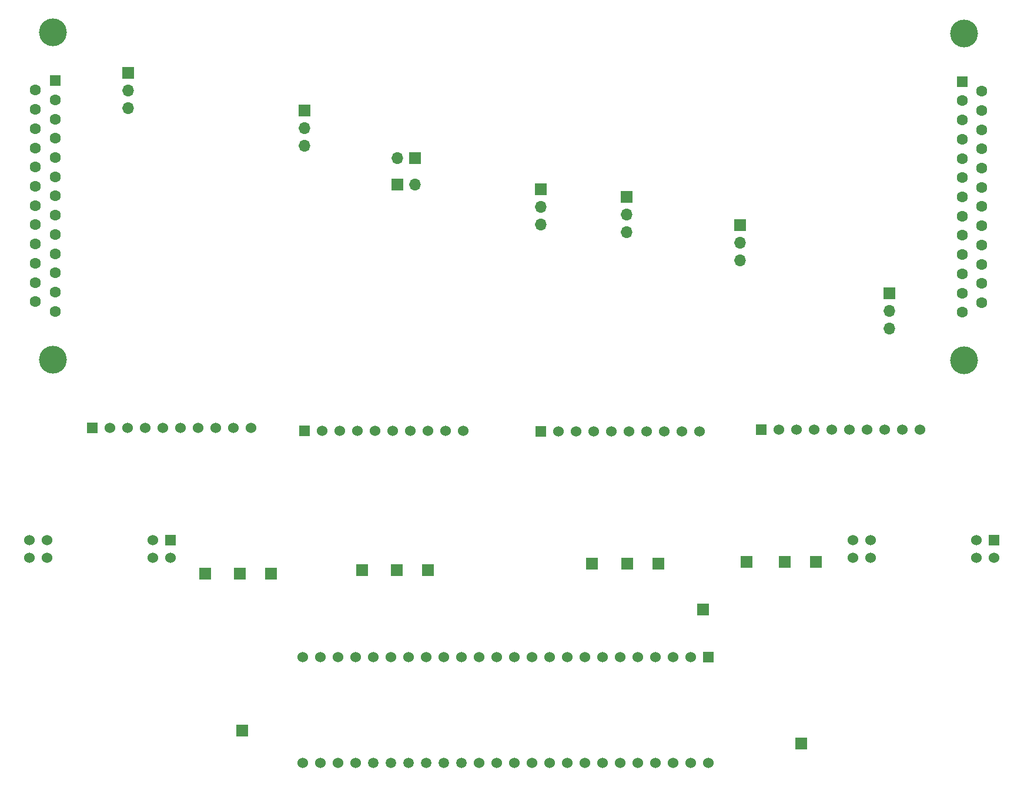
<source format=gbr>
%TF.GenerationSoftware,KiCad,Pcbnew,8.0.6*%
%TF.CreationDate,2025-01-19T12:17:07-08:00*%
%TF.ProjectId,DFboard2,4446626f-6172-4643-922e-6b696361645f,Rev0.1*%
%TF.SameCoordinates,Original*%
%TF.FileFunction,Soldermask,Bot*%
%TF.FilePolarity,Negative*%
%FSLAX46Y46*%
G04 Gerber Fmt 4.6, Leading zero omitted, Abs format (unit mm)*
G04 Created by KiCad (PCBNEW 8.0.6) date 2025-01-19 12:17:07*
%MOMM*%
%LPD*%
G01*
G04 APERTURE LIST*
%ADD10R,1.700000X1.700000*%
%ADD11O,1.700000X1.700000*%
%ADD12R,1.524000X1.524000*%
%ADD13C,1.524000*%
%ADD14C,4.000000*%
%ADD15R,1.600000X1.600000*%
%ADD16C,1.600000*%
%ADD17C,1.514000*%
G04 APERTURE END LIST*
D10*
%TO.C,JP5*%
X111379000Y-42164000D03*
D11*
X111379000Y-44704000D03*
X111379000Y-47244000D03*
%TD*%
D10*
%TO.C,TP9*%
X115926000Y-94996000D03*
%TD*%
D12*
%TO.C,U6*%
X164338000Y-91567000D03*
D13*
X161798000Y-91567000D03*
X146558000Y-91567000D03*
X144018000Y-91567000D03*
X144018000Y-94107000D03*
X146558000Y-94107000D03*
X161798000Y-94107000D03*
X164338000Y-94107000D03*
%TD*%
D10*
%TO.C,JP1*%
X39624000Y-24257000D03*
D11*
X39624000Y-26797000D03*
X39624000Y-29337000D03*
%TD*%
D10*
%TO.C,TP10*%
X138651000Y-94742000D03*
%TD*%
D12*
%TO.C,U4*%
X99060000Y-75931000D03*
D13*
X101600000Y-75931000D03*
X104140000Y-75931000D03*
X106680000Y-75931000D03*
X109220000Y-75931000D03*
X111760000Y-75931000D03*
X114300000Y-75931000D03*
X116840000Y-75931000D03*
X119380000Y-75931000D03*
X121920000Y-75931000D03*
%TD*%
D10*
%TO.C,JP4*%
X127762000Y-46243000D03*
D11*
X127762000Y-48783000D03*
X127762000Y-51323000D03*
%TD*%
D10*
%TO.C,TP2*%
X50673000Y-96393000D03*
%TD*%
D14*
%TO.C,J1*%
X28783000Y-18470000D03*
X28783000Y-65570000D03*
D15*
X29083000Y-25400000D03*
D16*
X29083000Y-28170000D03*
X29083000Y-30940000D03*
X29083000Y-33710000D03*
X29083000Y-36480000D03*
X29083000Y-39250000D03*
X29083000Y-42020000D03*
X29083000Y-44790000D03*
X29083000Y-47560000D03*
X29083000Y-50330000D03*
X29083000Y-53100000D03*
X29083000Y-55870000D03*
X29083000Y-58640000D03*
X26243000Y-26785000D03*
X26243000Y-29555000D03*
X26243000Y-32325000D03*
X26243000Y-35095000D03*
X26243000Y-37865000D03*
X26243000Y-40635000D03*
X26243000Y-43405000D03*
X26243000Y-46175000D03*
X26243000Y-48945000D03*
X26243000Y-51715000D03*
X26243000Y-54485000D03*
X26243000Y-57255000D03*
%TD*%
D14*
%TO.C,J2*%
X160020000Y-65709000D03*
X160020000Y-18609000D03*
D15*
X159720000Y-25539000D03*
D16*
X159720000Y-28309000D03*
X159720000Y-31079000D03*
X159720000Y-33849000D03*
X159720000Y-36619000D03*
X159720000Y-39389000D03*
X159720000Y-42159000D03*
X159720000Y-44929000D03*
X159720000Y-47699000D03*
X159720000Y-50469000D03*
X159720000Y-53239000D03*
X159720000Y-56009000D03*
X159720000Y-58779000D03*
X162560000Y-26924000D03*
X162560000Y-29694000D03*
X162560000Y-32464000D03*
X162560000Y-35234000D03*
X162560000Y-38004000D03*
X162560000Y-40774000D03*
X162560000Y-43544000D03*
X162560000Y-46314000D03*
X162560000Y-49084000D03*
X162560000Y-51854000D03*
X162560000Y-54624000D03*
X162560000Y-57394000D03*
%TD*%
D10*
%TO.C,TP1*%
X55673000Y-96393000D03*
%TD*%
%TO.C,TP3*%
X78279000Y-95885000D03*
%TD*%
D12*
%TO.C,U1*%
X45720000Y-91567000D03*
D13*
X43180000Y-91567000D03*
X27940000Y-91567000D03*
X25400000Y-91567000D03*
X25400000Y-94107000D03*
X27940000Y-94107000D03*
X43180000Y-94107000D03*
X45720000Y-94107000D03*
%TD*%
D10*
%TO.C,TP11*%
X82779000Y-95885000D03*
%TD*%
D12*
%TO.C,J13*%
X123190000Y-108458000D03*
D13*
X120650000Y-108458000D03*
X118110000Y-108458000D03*
X115570000Y-108458000D03*
X113030000Y-108458000D03*
X110490000Y-108458000D03*
X107950000Y-108458000D03*
X105410000Y-108458000D03*
X102870000Y-108458000D03*
X100330000Y-108458000D03*
X97790000Y-108458000D03*
X95250000Y-108458000D03*
X92710000Y-108458000D03*
X90170000Y-108458000D03*
X87630000Y-108458000D03*
X85090000Y-108458000D03*
X82550000Y-108458000D03*
X80010000Y-108458000D03*
X77470000Y-108458000D03*
X74930000Y-108458000D03*
X72390000Y-108458000D03*
X69850000Y-108458000D03*
X67310000Y-108458000D03*
X64770000Y-108458000D03*
X64770000Y-123698000D03*
X67310000Y-123698000D03*
X69850000Y-123698000D03*
X72390000Y-123698000D03*
D17*
X74930000Y-123698000D03*
X77470000Y-123698000D03*
X80010000Y-123698000D03*
X82550000Y-123698000D03*
X85090000Y-123698000D03*
X87630000Y-123698000D03*
D13*
X90170000Y-123698000D03*
X92710000Y-123698000D03*
X95250000Y-123698000D03*
X97790000Y-123698000D03*
X100330000Y-123698000D03*
X102870000Y-123698000D03*
X105410000Y-123698000D03*
X107950000Y-123698000D03*
X110490000Y-123698000D03*
X113030000Y-123698000D03*
X115570000Y-123698000D03*
X118110000Y-123698000D03*
X120650000Y-123698000D03*
X123190000Y-123698000D03*
%TD*%
D10*
%TO.C,TP14*%
X136525000Y-120904000D03*
%TD*%
D12*
%TO.C,U2*%
X34417000Y-75438000D03*
D13*
X36957000Y-75438000D03*
X39497000Y-75438000D03*
X42037000Y-75438000D03*
X44577000Y-75438000D03*
X47117000Y-75438000D03*
X49657000Y-75438000D03*
X52197000Y-75438000D03*
X54737000Y-75438000D03*
X57277000Y-75438000D03*
%TD*%
D10*
%TO.C,TP5*%
X111426000Y-94996000D03*
%TD*%
%TO.C,TP16*%
X122428000Y-101600000D03*
%TD*%
%TO.C,JP9*%
X80899000Y-36576000D03*
D11*
X78359000Y-36576000D03*
%TD*%
D12*
%TO.C,U5*%
X130810000Y-75677000D03*
D13*
X133350000Y-75677000D03*
X135890000Y-75677000D03*
X138430000Y-75677000D03*
X140970000Y-75677000D03*
X143510000Y-75677000D03*
X146050000Y-75677000D03*
X148590000Y-75677000D03*
X151130000Y-75677000D03*
X153670000Y-75677000D03*
%TD*%
D10*
%TO.C,JP2*%
X65024000Y-29718000D03*
D11*
X65024000Y-32258000D03*
X65024000Y-34798000D03*
%TD*%
D10*
%TO.C,TP12*%
X60173000Y-96393000D03*
%TD*%
%TO.C,TP7*%
X134151000Y-94742000D03*
%TD*%
%TO.C,TP13*%
X56007000Y-118999000D03*
%TD*%
%TO.C,JP8*%
X78359000Y-40386000D03*
D11*
X80899000Y-40386000D03*
%TD*%
D10*
%TO.C,TP8*%
X128651000Y-94742000D03*
%TD*%
D12*
%TO.C,U3*%
X65024000Y-75819000D03*
D13*
X67564000Y-75819000D03*
X70104000Y-75819000D03*
X72644000Y-75819000D03*
X75184000Y-75819000D03*
X77724000Y-75819000D03*
X80264000Y-75819000D03*
X82804000Y-75819000D03*
X85344000Y-75819000D03*
X87884000Y-75819000D03*
%TD*%
D10*
%TO.C,JP7*%
X149225000Y-56022000D03*
D11*
X149225000Y-58562000D03*
X149225000Y-61102000D03*
%TD*%
D10*
%TO.C,TP4*%
X73279000Y-95885000D03*
%TD*%
%TO.C,JP3*%
X99060000Y-41036000D03*
D11*
X99060000Y-43576000D03*
X99060000Y-46116000D03*
%TD*%
D10*
%TO.C,TP6*%
X106426000Y-94996000D03*
%TD*%
M02*

</source>
